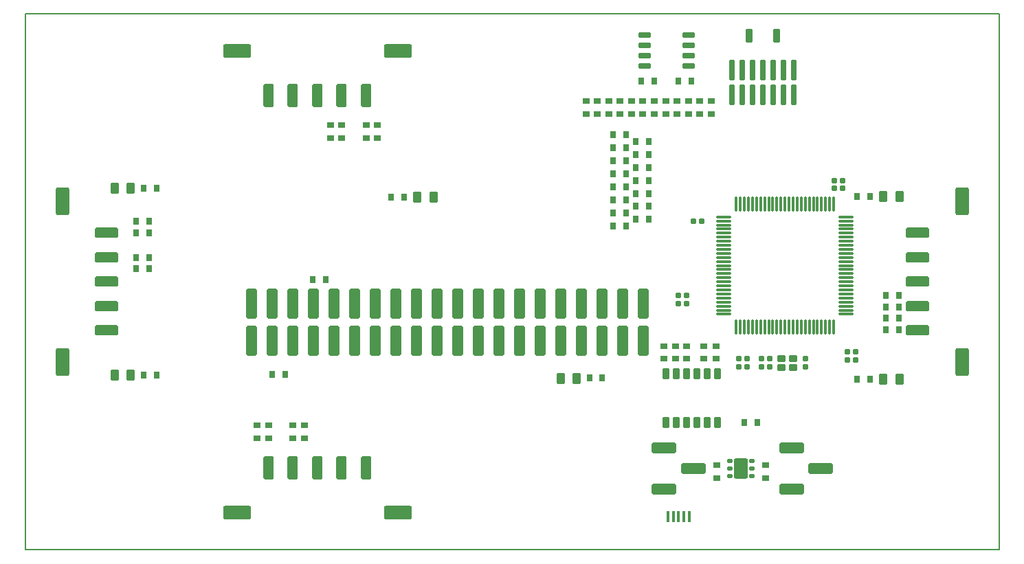
<source format=gbp>
G04*
G04 #@! TF.GenerationSoftware,Altium Limited,Altium Designer,19.0.10 (269)*
G04*
G04 Layer_Color=128*
%FSLAX44Y44*%
%MOMM*%
G71*
G01*
G75*
%ADD14C,0.2000*%
G04:AMPARAMS|DCode=43|XSize=1.1mm|YSize=1.35mm|CornerRadius=0.1375mm|HoleSize=0mm|Usage=FLASHONLY|Rotation=180.000|XOffset=0mm|YOffset=0mm|HoleType=Round|Shape=RoundedRectangle|*
%AMROUNDEDRECTD43*
21,1,1.1000,1.0750,0,0,180.0*
21,1,0.8250,1.3500,0,0,180.0*
1,1,0.2750,-0.4125,0.5375*
1,1,0.2750,0.4125,0.5375*
1,1,0.2750,0.4125,-0.5375*
1,1,0.2750,-0.4125,-0.5375*
%
%ADD43ROUNDEDRECTD43*%
G04:AMPARAMS|DCode=44|XSize=0.75mm|YSize=0.9mm|CornerRadius=0.0938mm|HoleSize=0mm|Usage=FLASHONLY|Rotation=180.000|XOffset=0mm|YOffset=0mm|HoleType=Round|Shape=RoundedRectangle|*
%AMROUNDEDRECTD44*
21,1,0.7500,0.7125,0,0,180.0*
21,1,0.5625,0.9000,0,0,180.0*
1,1,0.1875,-0.2813,0.3563*
1,1,0.1875,0.2813,0.3563*
1,1,0.1875,0.2813,-0.3563*
1,1,0.1875,-0.2813,-0.3563*
%
%ADD44ROUNDEDRECTD44*%
G04:AMPARAMS|DCode=45|XSize=0.8mm|YSize=1.3mm|CornerRadius=0.1mm|HoleSize=0mm|Usage=FLASHONLY|Rotation=0.000|XOffset=0mm|YOffset=0mm|HoleType=Round|Shape=RoundedRectangle|*
%AMROUNDEDRECTD45*
21,1,0.8000,1.1000,0,0,0.0*
21,1,0.6000,1.3000,0,0,0.0*
1,1,0.2000,0.3000,-0.5500*
1,1,0.2000,-0.3000,-0.5500*
1,1,0.2000,-0.3000,0.5500*
1,1,0.2000,0.3000,0.5500*
%
%ADD45ROUNDEDRECTD45*%
G04:AMPARAMS|DCode=46|XSize=0.6mm|YSize=0.6mm|CornerRadius=0.075mm|HoleSize=0mm|Usage=FLASHONLY|Rotation=0.000|XOffset=0mm|YOffset=0mm|HoleType=Round|Shape=RoundedRectangle|*
%AMROUNDEDRECTD46*
21,1,0.6000,0.4500,0,0,0.0*
21,1,0.4500,0.6000,0,0,0.0*
1,1,0.1500,0.2250,-0.2250*
1,1,0.1500,-0.2250,-0.2250*
1,1,0.1500,-0.2250,0.2250*
1,1,0.1500,0.2250,0.2250*
%
%ADD46ROUNDEDRECTD46*%
G04:AMPARAMS|DCode=47|XSize=0.8mm|YSize=1.7mm|CornerRadius=0.1mm|HoleSize=0mm|Usage=FLASHONLY|Rotation=0.000|XOffset=0mm|YOffset=0mm|HoleType=Round|Shape=RoundedRectangle|*
%AMROUNDEDRECTD47*
21,1,0.8000,1.5000,0,0,0.0*
21,1,0.6000,1.7000,0,0,0.0*
1,1,0.2000,0.3000,-0.7500*
1,1,0.2000,-0.3000,-0.7500*
1,1,0.2000,-0.3000,0.7500*
1,1,0.2000,0.3000,0.7500*
%
%ADD47ROUNDEDRECTD47*%
G04:AMPARAMS|DCode=48|XSize=0.6mm|YSize=2.5mm|CornerRadius=0.075mm|HoleSize=0mm|Usage=FLASHONLY|Rotation=180.000|XOffset=0mm|YOffset=0mm|HoleType=Round|Shape=RoundedRectangle|*
%AMROUNDEDRECTD48*
21,1,0.6000,2.3500,0,0,180.0*
21,1,0.4500,2.5000,0,0,180.0*
1,1,0.1500,-0.2250,1.1750*
1,1,0.1500,0.2250,1.1750*
1,1,0.1500,0.2250,-1.1750*
1,1,0.1500,-0.2250,-1.1750*
%
%ADD48ROUNDEDRECTD48*%
G04:AMPARAMS|DCode=49|XSize=2.92mm|YSize=1.27mm|CornerRadius=0.1588mm|HoleSize=0mm|Usage=FLASHONLY|Rotation=180.000|XOffset=0mm|YOffset=0mm|HoleType=Round|Shape=RoundedRectangle|*
%AMROUNDEDRECTD49*
21,1,2.9200,0.9525,0,0,180.0*
21,1,2.6025,1.2700,0,0,180.0*
1,1,0.3175,-1.3013,0.4763*
1,1,0.3175,1.3013,0.4763*
1,1,0.3175,1.3013,-0.4763*
1,1,0.3175,-1.3013,-0.4763*
%
%ADD49ROUNDEDRECTD49*%
G04:AMPARAMS|DCode=50|XSize=3.43mm|YSize=1.65mm|CornerRadius=0.2063mm|HoleSize=0mm|Usage=FLASHONLY|Rotation=270.000|XOffset=0mm|YOffset=0mm|HoleType=Round|Shape=RoundedRectangle|*
%AMROUNDEDRECTD50*
21,1,3.4300,1.2375,0,0,270.0*
21,1,3.0175,1.6500,0,0,270.0*
1,1,0.4125,-0.6188,-1.5088*
1,1,0.4125,-0.6188,1.5088*
1,1,0.4125,0.6188,1.5088*
1,1,0.4125,0.6188,-1.5088*
%
%ADD50ROUNDEDRECTD50*%
G04:AMPARAMS|DCode=51|XSize=0.75mm|YSize=0.9mm|CornerRadius=0.0938mm|HoleSize=0mm|Usage=FLASHONLY|Rotation=90.000|XOffset=0mm|YOffset=0mm|HoleType=Round|Shape=RoundedRectangle|*
%AMROUNDEDRECTD51*
21,1,0.7500,0.7125,0,0,90.0*
21,1,0.5625,0.9000,0,0,90.0*
1,1,0.1875,0.3563,0.2813*
1,1,0.1875,0.3563,-0.2813*
1,1,0.1875,-0.3563,-0.2813*
1,1,0.1875,-0.3563,0.2813*
%
%ADD51ROUNDEDRECTD51*%
G04:AMPARAMS|DCode=52|XSize=0.6mm|YSize=0.5mm|CornerRadius=0.0625mm|HoleSize=0mm|Usage=FLASHONLY|Rotation=180.000|XOffset=0mm|YOffset=0mm|HoleType=Round|Shape=RoundedRectangle|*
%AMROUNDEDRECTD52*
21,1,0.6000,0.3750,0,0,180.0*
21,1,0.4750,0.5000,0,0,180.0*
1,1,0.1250,-0.2375,0.1875*
1,1,0.1250,0.2375,0.1875*
1,1,0.1250,0.2375,-0.1875*
1,1,0.1250,-0.2375,-0.1875*
%
%ADD52ROUNDEDRECTD52*%
G04:AMPARAMS|DCode=53|XSize=1.75mm|YSize=2.5mm|CornerRadius=0.2188mm|HoleSize=0mm|Usage=FLASHONLY|Rotation=0.000|XOffset=0mm|YOffset=0mm|HoleType=Round|Shape=RoundedRectangle|*
%AMROUNDEDRECTD53*
21,1,1.7500,2.0625,0,0,0.0*
21,1,1.3125,2.5000,0,0,0.0*
1,1,0.4375,0.6563,-1.0313*
1,1,0.4375,-0.6563,-1.0313*
1,1,0.4375,-0.6563,1.0313*
1,1,0.4375,0.6563,1.0313*
%
%ADD53ROUNDEDRECTD53*%
G04:AMPARAMS|DCode=54|XSize=1.3mm|YSize=3mm|CornerRadius=0.1625mm|HoleSize=0mm|Usage=FLASHONLY|Rotation=270.000|XOffset=0mm|YOffset=0mm|HoleType=Round|Shape=RoundedRectangle|*
%AMROUNDEDRECTD54*
21,1,1.3000,2.6750,0,0,270.0*
21,1,0.9750,3.0000,0,0,270.0*
1,1,0.3250,-1.3375,-0.4875*
1,1,0.3250,-1.3375,0.4875*
1,1,0.3250,1.3375,0.4875*
1,1,0.3250,1.3375,-0.4875*
%
%ADD54ROUNDEDRECTD54*%
G04:AMPARAMS|DCode=55|XSize=1.35mm|YSize=0.4mm|CornerRadius=0.05mm|HoleSize=0mm|Usage=FLASHONLY|Rotation=270.000|XOffset=0mm|YOffset=0mm|HoleType=Round|Shape=RoundedRectangle|*
%AMROUNDEDRECTD55*
21,1,1.3500,0.3000,0,0,270.0*
21,1,1.2500,0.4000,0,0,270.0*
1,1,0.1000,-0.1500,-0.6250*
1,1,0.1000,-0.1500,0.6250*
1,1,0.1000,0.1500,0.6250*
1,1,0.1000,0.1500,-0.6250*
%
%ADD55ROUNDEDRECTD55*%
G04:AMPARAMS|DCode=56|XSize=0.6mm|YSize=1.45mm|CornerRadius=0.075mm|HoleSize=0mm|Usage=FLASHONLY|Rotation=90.000|XOffset=0mm|YOffset=0mm|HoleType=Round|Shape=RoundedRectangle|*
%AMROUNDEDRECTD56*
21,1,0.6000,1.3000,0,0,90.0*
21,1,0.4500,1.4500,0,0,90.0*
1,1,0.1500,0.6500,0.2250*
1,1,0.1500,0.6500,-0.2250*
1,1,0.1500,-0.6500,-0.2250*
1,1,0.1500,-0.6500,0.2250*
%
%ADD56ROUNDEDRECTD56*%
G04:AMPARAMS|DCode=57|XSize=0.6mm|YSize=0.6mm|CornerRadius=0.075mm|HoleSize=0mm|Usage=FLASHONLY|Rotation=270.000|XOffset=0mm|YOffset=0mm|HoleType=Round|Shape=RoundedRectangle|*
%AMROUNDEDRECTD57*
21,1,0.6000,0.4500,0,0,270.0*
21,1,0.4500,0.6000,0,0,270.0*
1,1,0.1500,-0.2250,-0.2250*
1,1,0.1500,-0.2250,0.2250*
1,1,0.1500,0.2250,0.2250*
1,1,0.1500,0.2250,-0.2250*
%
%ADD57ROUNDEDRECTD57*%
G04:AMPARAMS|DCode=58|XSize=0.95mm|YSize=0.85mm|CornerRadius=0.1063mm|HoleSize=0mm|Usage=FLASHONLY|Rotation=0.000|XOffset=0mm|YOffset=0mm|HoleType=Round|Shape=RoundedRectangle|*
%AMROUNDEDRECTD58*
21,1,0.9500,0.6375,0,0,0.0*
21,1,0.7375,0.8500,0,0,0.0*
1,1,0.2125,0.3688,-0.3188*
1,1,0.2125,-0.3688,-0.3188*
1,1,0.2125,-0.3688,0.3188*
1,1,0.2125,0.3688,0.3188*
%
%ADD58ROUNDEDRECTD58*%
G04:AMPARAMS|DCode=59|XSize=1.3mm|YSize=3.7mm|CornerRadius=0.1625mm|HoleSize=0mm|Usage=FLASHONLY|Rotation=180.000|XOffset=0mm|YOffset=0mm|HoleType=Round|Shape=RoundedRectangle|*
%AMROUNDEDRECTD59*
21,1,1.3000,3.3750,0,0,180.0*
21,1,0.9750,3.7000,0,0,180.0*
1,1,0.3250,-0.4875,1.6875*
1,1,0.3250,0.4875,1.6875*
1,1,0.3250,0.4875,-1.6875*
1,1,0.3250,-0.4875,-1.6875*
%
%ADD59ROUNDEDRECTD59*%
G04:AMPARAMS|DCode=60|XSize=2.92mm|YSize=1.27mm|CornerRadius=0.1588mm|HoleSize=0mm|Usage=FLASHONLY|Rotation=270.000|XOffset=0mm|YOffset=0mm|HoleType=Round|Shape=RoundedRectangle|*
%AMROUNDEDRECTD60*
21,1,2.9200,0.9525,0,0,270.0*
21,1,2.6025,1.2700,0,0,270.0*
1,1,0.3175,-0.4763,-1.3013*
1,1,0.3175,-0.4763,1.3013*
1,1,0.3175,0.4763,1.3013*
1,1,0.3175,0.4763,-1.3013*
%
%ADD60ROUNDEDRECTD60*%
G04:AMPARAMS|DCode=61|XSize=3.43mm|YSize=1.65mm|CornerRadius=0.2063mm|HoleSize=0mm|Usage=FLASHONLY|Rotation=0.000|XOffset=0mm|YOffset=0mm|HoleType=Round|Shape=RoundedRectangle|*
%AMROUNDEDRECTD61*
21,1,3.4300,1.2375,0,0,0.0*
21,1,3.0175,1.6500,0,0,0.0*
1,1,0.4125,1.5088,-0.6188*
1,1,0.4125,-1.5088,-0.6188*
1,1,0.4125,-1.5088,0.6188*
1,1,0.4125,1.5088,0.6188*
%
%ADD61ROUNDEDRECTD61*%
G04:AMPARAMS|DCode=62|XSize=0.3mm|YSize=1.8mm|CornerRadius=0.0375mm|HoleSize=0mm|Usage=FLASHONLY|Rotation=0.000|XOffset=0mm|YOffset=0mm|HoleType=Round|Shape=RoundedRectangle|*
%AMROUNDEDRECTD62*
21,1,0.3000,1.7250,0,0,0.0*
21,1,0.2250,1.8000,0,0,0.0*
1,1,0.0750,0.1125,-0.8625*
1,1,0.0750,-0.1125,-0.8625*
1,1,0.0750,-0.1125,0.8625*
1,1,0.0750,0.1125,0.8625*
%
%ADD62ROUNDEDRECTD62*%
G04:AMPARAMS|DCode=63|XSize=0.3mm|YSize=1.8mm|CornerRadius=0.0375mm|HoleSize=0mm|Usage=FLASHONLY|Rotation=90.000|XOffset=0mm|YOffset=0mm|HoleType=Round|Shape=RoundedRectangle|*
%AMROUNDEDRECTD63*
21,1,0.3000,1.7250,0,0,90.0*
21,1,0.2250,1.8000,0,0,90.0*
1,1,0.0750,0.8625,0.1125*
1,1,0.0750,0.8625,-0.1125*
1,1,0.0750,-0.8625,-0.1125*
1,1,0.0750,-0.8625,0.1125*
%
%ADD63ROUNDEDRECTD63*%
D14*
X762500Y-250D02*
X767500D01*
X842500D02*
X847750D01*
X0Y0D02*
Y660000D01*
X1200000D01*
X1200000Y0D01*
X0D02*
X1200000D01*
D43*
X502999Y434001D02*
D03*
X482999D02*
D03*
X659401Y210999D02*
D03*
X679401D02*
D03*
X1077000Y435001D02*
D03*
X1057000D02*
D03*
X1076999Y209999D02*
D03*
X1056999D02*
D03*
X110001Y444999D02*
D03*
X130001D02*
D03*
X110001Y214999D02*
D03*
X130001Y214999D02*
D03*
D44*
X451000Y434000D02*
D03*
X467000D02*
D03*
X1025000Y210000D02*
D03*
X1041000D02*
D03*
X724000Y511000D02*
D03*
X740000D02*
D03*
Y495000D02*
D03*
X724000D02*
D03*
Y479000D02*
D03*
X740000D02*
D03*
X724000Y463000D02*
D03*
X740000D02*
D03*
Y446920D02*
D03*
X724000D02*
D03*
Y431000D02*
D03*
X740000D02*
D03*
X724000Y415000D02*
D03*
X740000D02*
D03*
Y399000D02*
D03*
X724000D02*
D03*
X752000Y503000D02*
D03*
X768000D02*
D03*
X752000Y487000D02*
D03*
X768000D02*
D03*
Y471000D02*
D03*
X752000D02*
D03*
Y455000D02*
D03*
X768000D02*
D03*
X752000Y438919D02*
D03*
X768000D02*
D03*
Y423000D02*
D03*
X752000D02*
D03*
X711000Y211270D02*
D03*
X695000D02*
D03*
X1025000Y435000D02*
D03*
X1041000D02*
D03*
X752000Y407000D02*
D03*
X768000D02*
D03*
X1076000Y313000D02*
D03*
X1060000D02*
D03*
X1076000Y285000D02*
D03*
X1060000D02*
D03*
X1076000Y271000D02*
D03*
X1060000D02*
D03*
X1076000Y299000D02*
D03*
X1060000D02*
D03*
X137000Y346000D02*
D03*
X153000D02*
D03*
X137000Y404303D02*
D03*
X153000D02*
D03*
X902001Y157000D02*
D03*
X886001D02*
D03*
X146000Y215000D02*
D03*
X162000D02*
D03*
X146243Y444999D02*
D03*
X162243D02*
D03*
X759000Y576986D02*
D03*
X775000D02*
D03*
X821000Y577002D02*
D03*
X805000D02*
D03*
X136997Y360000D02*
D03*
X152997D02*
D03*
X354000Y333000D02*
D03*
X370000D02*
D03*
X320000Y216000D02*
D03*
X304000D02*
D03*
X137000Y390081D02*
D03*
X153000D02*
D03*
D45*
X827350Y217000D02*
D03*
X814650D02*
D03*
Y157000D02*
D03*
X827350D02*
D03*
X801950D02*
D03*
X789250D02*
D03*
Y217000D02*
D03*
X801950D02*
D03*
X852750Y157000D02*
D03*
X840050D02*
D03*
Y217000D02*
D03*
X852750D02*
D03*
D46*
X815000Y302860D02*
D03*
X805000Y302860D02*
D03*
X815000Y313000D02*
D03*
X805000Y313000D02*
D03*
X833000Y405000D02*
D03*
X823001Y405000D02*
D03*
D47*
X926000Y633000D02*
D03*
X892000D02*
D03*
D48*
X909000Y560760D02*
D03*
X896300D02*
D03*
X947100D02*
D03*
X934400D02*
D03*
X921700D02*
D03*
Y591240D02*
D03*
X934400D02*
D03*
X947100D02*
D03*
X896300D02*
D03*
X909000D02*
D03*
X883600Y560760D02*
D03*
X870900D02*
D03*
X883600Y591240D02*
D03*
X870900D02*
D03*
D49*
X1099650Y270000D02*
D03*
Y300000D02*
D03*
Y330000D02*
D03*
Y360000D02*
D03*
Y390000D02*
D03*
X100350D02*
D03*
Y360000D02*
D03*
Y330000D02*
D03*
Y300000D02*
D03*
Y270000D02*
D03*
D50*
X1154350Y231150D02*
D03*
Y428850D02*
D03*
X45650D02*
D03*
Y231150D02*
D03*
D51*
X831000Y553000D02*
D03*
Y537000D02*
D03*
X912000Y88000D02*
D03*
Y104000D02*
D03*
X852000Y88000D02*
D03*
Y104000D02*
D03*
X817000Y537000D02*
D03*
Y553000D02*
D03*
X845000Y537000D02*
D03*
Y553000D02*
D03*
X803000Y537000D02*
D03*
Y553000D02*
D03*
X719000Y537000D02*
D03*
Y553000D02*
D03*
X705000Y537000D02*
D03*
Y553000D02*
D03*
X789000Y537000D02*
D03*
Y553000D02*
D03*
X691000Y537000D02*
D03*
Y553000D02*
D03*
X775000Y537000D02*
D03*
Y553000D02*
D03*
X376000Y523000D02*
D03*
Y507000D02*
D03*
X344000Y137000D02*
D03*
Y153000D02*
D03*
X434000Y523000D02*
D03*
Y507000D02*
D03*
X286000Y137000D02*
D03*
Y153000D02*
D03*
X761000Y537000D02*
D03*
Y553000D02*
D03*
X747000Y537000D02*
D03*
Y553000D02*
D03*
X733000Y537000D02*
D03*
Y553000D02*
D03*
X851000Y235000D02*
D03*
Y251000D02*
D03*
X836000Y235000D02*
D03*
Y251000D02*
D03*
X815000Y235000D02*
D03*
Y251000D02*
D03*
X801000Y235000D02*
D03*
Y251000D02*
D03*
X787000Y235000D02*
D03*
Y251000D02*
D03*
X390000Y523000D02*
D03*
Y507000D02*
D03*
X420000Y523000D02*
D03*
Y507000D02*
D03*
X300000Y137000D02*
D03*
Y153000D02*
D03*
X330000Y137000D02*
D03*
Y153000D02*
D03*
D52*
X895500Y109512D02*
D03*
Y100012D02*
D03*
Y90512D02*
D03*
X868500D02*
D03*
Y100012D02*
D03*
Y109512D02*
D03*
D53*
X882000Y100012D02*
D03*
D54*
X944000Y125400D02*
D03*
Y74600D02*
D03*
X980000Y100000D02*
D03*
X787000Y125412D02*
D03*
Y74612D02*
D03*
X823000Y100012D02*
D03*
D55*
X805000Y41000D02*
D03*
X798500D02*
D03*
X792000D02*
D03*
X811500D02*
D03*
X818000D02*
D03*
D56*
X817250Y634050D02*
D03*
Y621350D02*
D03*
Y608650D02*
D03*
Y595950D02*
D03*
X762750Y634050D02*
D03*
Y621350D02*
D03*
Y608650D02*
D03*
Y595950D02*
D03*
D57*
X1007000Y455000D02*
D03*
X1007000Y445000D02*
D03*
X961000Y235000D02*
D03*
X961000Y225000D02*
D03*
X917000Y235000D02*
D03*
X917000Y225000D02*
D03*
X907000D02*
D03*
X907000Y235000D02*
D03*
X1023000Y234001D02*
D03*
X1023000Y243996D02*
D03*
X1013000Y234000D02*
D03*
X1013000Y244000D02*
D03*
X997000Y455000D02*
D03*
X997000Y445000D02*
D03*
X889001Y225000D02*
D03*
X889001Y235000D02*
D03*
X879000Y225000D02*
D03*
X879000Y235000D02*
D03*
D58*
X931750Y235750D02*
D03*
X946250Y224250D02*
D03*
X931750D02*
D03*
X946250Y235750D02*
D03*
D59*
X685100Y257140D02*
D03*
X710500Y257140D02*
D03*
X761300Y257140D02*
D03*
X735900Y257140D02*
D03*
X685100Y302860D02*
D03*
X710500Y302860D02*
D03*
X761300Y302860D02*
D03*
X735900Y302860D02*
D03*
X481900Y257140D02*
D03*
X507300D02*
D03*
X456500Y257140D02*
D03*
X431100Y257140D02*
D03*
X354900Y257140D02*
D03*
X380300D02*
D03*
X278700Y257140D02*
D03*
X304100Y257140D02*
D03*
X329500Y257140D02*
D03*
X405700Y257140D02*
D03*
X634300Y302860D02*
D03*
X659700Y302860D02*
D03*
X608900Y302860D02*
D03*
X583500D02*
D03*
X532700Y302860D02*
D03*
X558100Y302860D02*
D03*
X405700Y302860D02*
D03*
X329500D02*
D03*
X304100Y302860D02*
D03*
X278700Y302860D02*
D03*
X380300Y302860D02*
D03*
X354900D02*
D03*
X431100Y302860D02*
D03*
X456500Y302860D02*
D03*
X507300D02*
D03*
X481900Y302860D02*
D03*
X634300Y257140D02*
D03*
X659700D02*
D03*
X608900Y257140D02*
D03*
X583500D02*
D03*
X532700D02*
D03*
X558100Y257140D02*
D03*
D60*
X420000Y559650D02*
D03*
X390000D02*
D03*
X360000D02*
D03*
X330000D02*
D03*
X300000D02*
D03*
Y100350D02*
D03*
X330000D02*
D03*
X360000D02*
D03*
X390000D02*
D03*
X420000D02*
D03*
D61*
X458850Y614350D02*
D03*
X261150D02*
D03*
Y45650D02*
D03*
X458850D02*
D03*
D62*
X996000Y274500D02*
D03*
X991000D02*
D03*
X986000D02*
D03*
X981000D02*
D03*
X976000D02*
D03*
X971000D02*
D03*
X966000D02*
D03*
X961000D02*
D03*
X956000D02*
D03*
X951000D02*
D03*
X946000D02*
D03*
X941000D02*
D03*
X936000D02*
D03*
X931000Y274500D02*
D03*
X926000Y274500D02*
D03*
X921000Y274500D02*
D03*
X916000Y274500D02*
D03*
X911000Y274500D02*
D03*
X906000Y274500D02*
D03*
X901000Y274500D02*
D03*
X896000Y274500D02*
D03*
X891000Y274500D02*
D03*
X886000Y274500D02*
D03*
X881000Y274500D02*
D03*
X876000Y274500D02*
D03*
X876000Y425500D02*
D03*
X881000D02*
D03*
X886000D02*
D03*
X891000D02*
D03*
X896000D02*
D03*
X901000D02*
D03*
X906000D02*
D03*
X911000D02*
D03*
X916000D02*
D03*
X921000D02*
D03*
X926000D02*
D03*
X931000D02*
D03*
X936000D02*
D03*
X941000Y425500D02*
D03*
X946000Y425500D02*
D03*
X951000Y425500D02*
D03*
X956000Y425500D02*
D03*
X961000Y425500D02*
D03*
X966000Y425500D02*
D03*
X971000Y425500D02*
D03*
X976000Y425500D02*
D03*
X981000D02*
D03*
X986000Y425500D02*
D03*
X991000Y425500D02*
D03*
X996000Y425500D02*
D03*
D63*
X860500Y290000D02*
D03*
Y295000D02*
D03*
Y300000D02*
D03*
Y305000D02*
D03*
Y310000D02*
D03*
Y315000D02*
D03*
Y320000D02*
D03*
Y325000D02*
D03*
Y330000D02*
D03*
Y335000D02*
D03*
Y340000D02*
D03*
Y345000D02*
D03*
Y350000D02*
D03*
X860500Y355000D02*
D03*
X860500Y360000D02*
D03*
X860500Y365000D02*
D03*
X860500Y370000D02*
D03*
X860500Y375000D02*
D03*
X860500Y380000D02*
D03*
X860500Y385000D02*
D03*
X860500Y390000D02*
D03*
X860500Y395000D02*
D03*
X860500Y400000D02*
D03*
X860500Y405000D02*
D03*
X860500Y410000D02*
D03*
X1011500Y410000D02*
D03*
Y405000D02*
D03*
Y400000D02*
D03*
Y395000D02*
D03*
Y390000D02*
D03*
Y385000D02*
D03*
Y380000D02*
D03*
Y375000D02*
D03*
Y370000D02*
D03*
Y365000D02*
D03*
Y360000D02*
D03*
Y355000D02*
D03*
Y350000D02*
D03*
X1011500Y345000D02*
D03*
X1011500Y340000D02*
D03*
X1011500Y335000D02*
D03*
X1011500Y330000D02*
D03*
X1011500Y325000D02*
D03*
X1011500Y320000D02*
D03*
X1011500Y315000D02*
D03*
X1011500Y310000D02*
D03*
Y305000D02*
D03*
X1011500Y300000D02*
D03*
X1011500Y295000D02*
D03*
X1011500Y290000D02*
D03*
M02*

</source>
